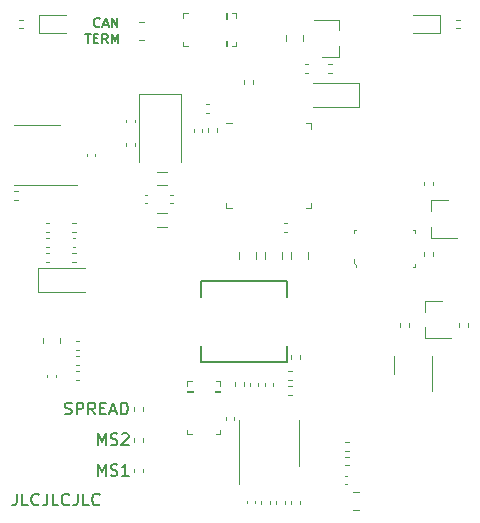
<source format=gbr>
%TF.GenerationSoftware,KiCad,Pcbnew,(5.1.10)-1*%
%TF.CreationDate,2021-07-08T13:05:20-05:00*%
%TF.ProjectId,turbocan,74757262-6f63-4616-9e2e-6b696361645f,rev?*%
%TF.SameCoordinates,Original*%
%TF.FileFunction,Legend,Top*%
%TF.FilePolarity,Positive*%
%FSLAX46Y46*%
G04 Gerber Fmt 4.6, Leading zero omitted, Abs format (unit mm)*
G04 Created by KiCad (PCBNEW (5.1.10)-1) date 2021-07-08 13:05:20*
%MOMM*%
%LPD*%
G01*
G04 APERTURE LIST*
%ADD10C,0.150000*%
%ADD11C,0.120000*%
%ADD12C,0.200000*%
%ADD13C,0.100000*%
G04 APERTURE END LIST*
D10*
X23514285Y-50652380D02*
X23514285Y-49652380D01*
X23847619Y-50366666D01*
X24180952Y-49652380D01*
X24180952Y-50652380D01*
X24609523Y-50604761D02*
X24752380Y-50652380D01*
X24990476Y-50652380D01*
X25085714Y-50604761D01*
X25133333Y-50557142D01*
X25180952Y-50461904D01*
X25180952Y-50366666D01*
X25133333Y-50271428D01*
X25085714Y-50223809D01*
X24990476Y-50176190D01*
X24800000Y-50128571D01*
X24704761Y-50080952D01*
X24657142Y-50033333D01*
X24609523Y-49938095D01*
X24609523Y-49842857D01*
X24657142Y-49747619D01*
X24704761Y-49700000D01*
X24800000Y-49652380D01*
X25038095Y-49652380D01*
X25180952Y-49700000D01*
X25561904Y-49747619D02*
X25609523Y-49700000D01*
X25704761Y-49652380D01*
X25942857Y-49652380D01*
X26038095Y-49700000D01*
X26085714Y-49747619D01*
X26133333Y-49842857D01*
X26133333Y-49938095D01*
X26085714Y-50080952D01*
X25514285Y-50652380D01*
X26133333Y-50652380D01*
X20733333Y-48004761D02*
X20876190Y-48052380D01*
X21114285Y-48052380D01*
X21209523Y-48004761D01*
X21257142Y-47957142D01*
X21304761Y-47861904D01*
X21304761Y-47766666D01*
X21257142Y-47671428D01*
X21209523Y-47623809D01*
X21114285Y-47576190D01*
X20923809Y-47528571D01*
X20828571Y-47480952D01*
X20780952Y-47433333D01*
X20733333Y-47338095D01*
X20733333Y-47242857D01*
X20780952Y-47147619D01*
X20828571Y-47100000D01*
X20923809Y-47052380D01*
X21161904Y-47052380D01*
X21304761Y-47100000D01*
X21733333Y-48052380D02*
X21733333Y-47052380D01*
X22114285Y-47052380D01*
X22209523Y-47100000D01*
X22257142Y-47147619D01*
X22304761Y-47242857D01*
X22304761Y-47385714D01*
X22257142Y-47480952D01*
X22209523Y-47528571D01*
X22114285Y-47576190D01*
X21733333Y-47576190D01*
X23304761Y-48052380D02*
X22971428Y-47576190D01*
X22733333Y-48052380D02*
X22733333Y-47052380D01*
X23114285Y-47052380D01*
X23209523Y-47100000D01*
X23257142Y-47147619D01*
X23304761Y-47242857D01*
X23304761Y-47385714D01*
X23257142Y-47480952D01*
X23209523Y-47528571D01*
X23114285Y-47576190D01*
X22733333Y-47576190D01*
X23733333Y-47528571D02*
X24066666Y-47528571D01*
X24209523Y-48052380D02*
X23733333Y-48052380D01*
X23733333Y-47052380D01*
X24209523Y-47052380D01*
X24590476Y-47766666D02*
X25066666Y-47766666D01*
X24495238Y-48052380D02*
X24828571Y-47052380D01*
X25161904Y-48052380D01*
X25495238Y-48052380D02*
X25495238Y-47052380D01*
X25733333Y-47052380D01*
X25876190Y-47100000D01*
X25971428Y-47195238D01*
X26019047Y-47290476D01*
X26066666Y-47480952D01*
X26066666Y-47623809D01*
X26019047Y-47814285D01*
X25971428Y-47909523D01*
X25876190Y-48004761D01*
X25733333Y-48052380D01*
X25495238Y-48052380D01*
X23514285Y-53252380D02*
X23514285Y-52252380D01*
X23847619Y-52966666D01*
X24180952Y-52252380D01*
X24180952Y-53252380D01*
X24609523Y-53204761D02*
X24752380Y-53252380D01*
X24990476Y-53252380D01*
X25085714Y-53204761D01*
X25133333Y-53157142D01*
X25180952Y-53061904D01*
X25180952Y-52966666D01*
X25133333Y-52871428D01*
X25085714Y-52823809D01*
X24990476Y-52776190D01*
X24800000Y-52728571D01*
X24704761Y-52680952D01*
X24657142Y-52633333D01*
X24609523Y-52538095D01*
X24609523Y-52442857D01*
X24657142Y-52347619D01*
X24704761Y-52300000D01*
X24800000Y-52252380D01*
X25038095Y-52252380D01*
X25180952Y-52300000D01*
X26133333Y-53252380D02*
X25561904Y-53252380D01*
X25847619Y-53252380D02*
X25847619Y-52252380D01*
X25752380Y-52395238D01*
X25657142Y-52490476D01*
X25561904Y-52538095D01*
X23690476Y-15210714D02*
X23652380Y-15248809D01*
X23538095Y-15286904D01*
X23461904Y-15286904D01*
X23347619Y-15248809D01*
X23271428Y-15172619D01*
X23233333Y-15096428D01*
X23195238Y-14944047D01*
X23195238Y-14829761D01*
X23233333Y-14677380D01*
X23271428Y-14601190D01*
X23347619Y-14525000D01*
X23461904Y-14486904D01*
X23538095Y-14486904D01*
X23652380Y-14525000D01*
X23690476Y-14563095D01*
X23995238Y-15058333D02*
X24376190Y-15058333D01*
X23919047Y-15286904D02*
X24185714Y-14486904D01*
X24452380Y-15286904D01*
X24719047Y-15286904D02*
X24719047Y-14486904D01*
X25176190Y-15286904D01*
X25176190Y-14486904D01*
X22452380Y-15836904D02*
X22909523Y-15836904D01*
X22680952Y-16636904D02*
X22680952Y-15836904D01*
X23176190Y-16217857D02*
X23442857Y-16217857D01*
X23557142Y-16636904D02*
X23176190Y-16636904D01*
X23176190Y-15836904D01*
X23557142Y-15836904D01*
X24357142Y-16636904D02*
X24090476Y-16255952D01*
X23900000Y-16636904D02*
X23900000Y-15836904D01*
X24204761Y-15836904D01*
X24280952Y-15875000D01*
X24319047Y-15913095D01*
X24357142Y-15989285D01*
X24357142Y-16103571D01*
X24319047Y-16179761D01*
X24280952Y-16217857D01*
X24204761Y-16255952D01*
X23900000Y-16255952D01*
X24700000Y-16636904D02*
X24700000Y-15836904D01*
X24966666Y-16408333D01*
X25233333Y-15836904D01*
X25233333Y-16636904D01*
X16666666Y-54752380D02*
X16666666Y-55466666D01*
X16619047Y-55609523D01*
X16523809Y-55704761D01*
X16380952Y-55752380D01*
X16285714Y-55752380D01*
X17619047Y-55752380D02*
X17142857Y-55752380D01*
X17142857Y-54752380D01*
X18523809Y-55657142D02*
X18476190Y-55704761D01*
X18333333Y-55752380D01*
X18238095Y-55752380D01*
X18095238Y-55704761D01*
X18000000Y-55609523D01*
X17952380Y-55514285D01*
X17904761Y-55323809D01*
X17904761Y-55180952D01*
X17952380Y-54990476D01*
X18000000Y-54895238D01*
X18095238Y-54800000D01*
X18238095Y-54752380D01*
X18333333Y-54752380D01*
X18476190Y-54800000D01*
X18523809Y-54847619D01*
X19238095Y-54752380D02*
X19238095Y-55466666D01*
X19190476Y-55609523D01*
X19095238Y-55704761D01*
X18952380Y-55752380D01*
X18857142Y-55752380D01*
X20190476Y-55752380D02*
X19714285Y-55752380D01*
X19714285Y-54752380D01*
X21095238Y-55657142D02*
X21047619Y-55704761D01*
X20904761Y-55752380D01*
X20809523Y-55752380D01*
X20666666Y-55704761D01*
X20571428Y-55609523D01*
X20523809Y-55514285D01*
X20476190Y-55323809D01*
X20476190Y-55180952D01*
X20523809Y-54990476D01*
X20571428Y-54895238D01*
X20666666Y-54800000D01*
X20809523Y-54752380D01*
X20904761Y-54752380D01*
X21047619Y-54800000D01*
X21095238Y-54847619D01*
X21809523Y-54752380D02*
X21809523Y-55466666D01*
X21761904Y-55609523D01*
X21666666Y-55704761D01*
X21523809Y-55752380D01*
X21428571Y-55752380D01*
X22761904Y-55752380D02*
X22285714Y-55752380D01*
X22285714Y-54752380D01*
X23666666Y-55657142D02*
X23619047Y-55704761D01*
X23476190Y-55752380D01*
X23380952Y-55752380D01*
X23238095Y-55704761D01*
X23142857Y-55609523D01*
X23095238Y-55514285D01*
X23047619Y-55323809D01*
X23047619Y-55180952D01*
X23095238Y-54990476D01*
X23142857Y-54895238D01*
X23238095Y-54800000D01*
X23380952Y-54752380D01*
X23476190Y-54752380D01*
X23619047Y-54800000D01*
X23666666Y-54847619D01*
D11*
%TO.C,U7*%
X51790000Y-46100000D02*
X51790000Y-43100000D01*
X48570000Y-44600000D02*
X48570000Y-43100000D01*
%TO.C,R31*%
X27380000Y-47446359D02*
X27380000Y-47753641D01*
X26620000Y-47446359D02*
X26620000Y-47753641D01*
%TO.C,R30*%
X27380000Y-50046359D02*
X27380000Y-50353641D01*
X26620000Y-50046359D02*
X26620000Y-50353641D01*
%TO.C,R29*%
X27380000Y-52646359D02*
X27380000Y-52953641D01*
X26620000Y-52646359D02*
X26620000Y-52953641D01*
D12*
%TO.C,L1*%
X32280500Y-38084500D02*
X32280500Y-36784500D01*
X32280500Y-36784500D02*
X39580500Y-36784500D01*
X39580500Y-36784500D02*
X39580500Y-38084500D01*
X32280500Y-43584500D02*
X32280500Y-42284500D01*
X39580500Y-42284500D02*
X39580500Y-43584500D01*
X39580500Y-43584500D02*
X32280500Y-43584500D01*
D11*
%TO.C,L3*%
X29349622Y-28660000D02*
X28550378Y-28660000D01*
X29349622Y-27540000D02*
X28550378Y-27540000D01*
%TO.C,L2*%
X29349622Y-32160000D02*
X28550378Y-32160000D01*
X29349622Y-31040000D02*
X28550378Y-31040000D01*
%TO.C,C23*%
X27707836Y-30160000D02*
X27492164Y-30160000D01*
X27707836Y-29440000D02*
X27492164Y-29440000D01*
%TO.C,C22*%
X32692164Y-21790000D02*
X32907836Y-21790000D01*
X32692164Y-22510000D02*
X32907836Y-22510000D01*
%TO.C,R28*%
X19403641Y-32630000D02*
X19096359Y-32630000D01*
X19403641Y-31870000D02*
X19096359Y-31870000D01*
%TO.C,R27*%
X19403641Y-35130000D02*
X19096359Y-35130000D01*
X19403641Y-34370000D02*
X19096359Y-34370000D01*
%TO.C,C20*%
X19142164Y-33140000D02*
X19357836Y-33140000D01*
X19142164Y-33860000D02*
X19357836Y-33860000D01*
%TO.C,R26*%
X26972936Y-14865000D02*
X27427064Y-14865000D01*
X26972936Y-16335000D02*
X27427064Y-16335000D01*
%TO.C,R9*%
X20335000Y-41572936D02*
X20335000Y-42027064D01*
X18865000Y-41572936D02*
X18865000Y-42027064D01*
%TO.C,C11*%
X21907836Y-43860000D02*
X21692164Y-43860000D01*
X21907836Y-43140000D02*
X21692164Y-43140000D01*
%TO.C,R13*%
X21646359Y-41870000D02*
X21953641Y-41870000D01*
X21646359Y-42630000D02*
X21953641Y-42630000D01*
%TO.C,R8*%
X21646359Y-44370000D02*
X21953641Y-44370000D01*
X21646359Y-45130000D02*
X21953641Y-45130000D01*
%TO.C,R15*%
X54120000Y-40653641D02*
X54120000Y-40346359D01*
X54880000Y-40653641D02*
X54880000Y-40346359D01*
%TO.C,R18*%
X49880000Y-40346359D02*
X49880000Y-40653641D01*
X49120000Y-40346359D02*
X49120000Y-40653641D01*
%TO.C,U6*%
X51240000Y-38420000D02*
X51240000Y-39350000D01*
X51240000Y-41580000D02*
X51240000Y-40650000D01*
X51240000Y-41580000D02*
X53400000Y-41580000D01*
X51240000Y-38420000D02*
X52700000Y-38420000D01*
%TO.C,R10*%
X39646359Y-45620000D02*
X39953641Y-45620000D01*
X39646359Y-46380000D02*
X39953641Y-46380000D01*
%TO.C,R25*%
X39920000Y-43353641D02*
X39920000Y-43046359D01*
X40680000Y-43353641D02*
X40680000Y-43046359D01*
%TO.C,R2*%
X43353641Y-19180000D02*
X43046359Y-19180000D01*
X43353641Y-18420000D02*
X43046359Y-18420000D01*
%TO.C,C1*%
X39465000Y-16461252D02*
X39465000Y-15938748D01*
X40935000Y-16461252D02*
X40935000Y-15938748D01*
%TO.C,U1*%
X43960000Y-17780000D02*
X43960000Y-16850000D01*
X43960000Y-14620000D02*
X43960000Y-15550000D01*
X43960000Y-14620000D02*
X41800000Y-14620000D01*
X43960000Y-17780000D02*
X42500000Y-17780000D01*
D13*
%TO.C,U9*%
X45200000Y-34900000D02*
X45200000Y-35200000D01*
X45200000Y-35200000D02*
X45400000Y-35400000D01*
X45400000Y-35400000D02*
X45400000Y-35600000D01*
X45200000Y-32400000D02*
X45400000Y-32400000D01*
X45200000Y-32400000D02*
X45200000Y-32700000D01*
X50400000Y-32400000D02*
X50200000Y-32400000D01*
X50400000Y-32400000D02*
X50400000Y-32700000D01*
X50400000Y-35600000D02*
X50400000Y-35300000D01*
X50400000Y-35600000D02*
X50200000Y-35600000D01*
D11*
%TO.C,R20*%
X33580000Y-23846359D02*
X33580000Y-24153641D01*
X32820000Y-23846359D02*
X32820000Y-24153641D01*
%TO.C,C17*%
X31640000Y-24107836D02*
X31640000Y-23892164D01*
X32360000Y-24107836D02*
X32360000Y-23892164D01*
%TO.C,D4*%
X18500000Y-35650000D02*
X18500000Y-37650000D01*
X18500000Y-37650000D02*
X22400000Y-37650000D01*
X18500000Y-35650000D02*
X22400000Y-35650000D01*
%TO.C,C5*%
X45138748Y-54665000D02*
X45661252Y-54665000D01*
X45138748Y-56135000D02*
X45661252Y-56135000D01*
%TO.C,C15*%
X39865000Y-34861252D02*
X39865000Y-34338748D01*
X41335000Y-34861252D02*
X41335000Y-34338748D01*
%TO.C,C14*%
X37665000Y-34861252D02*
X37665000Y-34338748D01*
X39135000Y-34861252D02*
X39135000Y-34338748D01*
%TO.C,C13*%
X35465000Y-34861252D02*
X35465000Y-34338748D01*
X36935000Y-34861252D02*
X36935000Y-34338748D01*
%TO.C,D6*%
X50200000Y-15735000D02*
X52485000Y-15735000D01*
X52485000Y-15735000D02*
X52485000Y-14265000D01*
X52485000Y-14265000D02*
X50200000Y-14265000D01*
%TO.C,D5*%
X20800000Y-14265000D02*
X18515000Y-14265000D01*
X18515000Y-14265000D02*
X18515000Y-15735000D01*
X18515000Y-15735000D02*
X20800000Y-15735000D01*
%TO.C,R24*%
X53846359Y-14620000D02*
X54153641Y-14620000D01*
X53846359Y-15380000D02*
X54153641Y-15380000D01*
%TO.C,R23*%
X17153641Y-15380000D02*
X16846359Y-15380000D01*
X17153641Y-14620000D02*
X16846359Y-14620000D01*
%TO.C,R22*%
X39246359Y-31820000D02*
X39553641Y-31820000D01*
X39246359Y-32580000D02*
X39553641Y-32580000D01*
%TO.C,R21*%
X35870000Y-20043641D02*
X35870000Y-19736359D01*
X36630000Y-20043641D02*
X36630000Y-19736359D01*
%TO.C,R19*%
X44446359Y-50420000D02*
X44753641Y-50420000D01*
X44446359Y-51180000D02*
X44753641Y-51180000D01*
%TO.C,R17*%
X51870000Y-28356359D02*
X51870000Y-28663641D01*
X51110000Y-28356359D02*
X51110000Y-28663641D01*
%TO.C,R16*%
X44753641Y-52380000D02*
X44446359Y-52380000D01*
X44753641Y-51620000D02*
X44446359Y-51620000D01*
%TO.C,R14*%
X51880000Y-34346359D02*
X51880000Y-34653641D01*
X51120000Y-34346359D02*
X51120000Y-34653641D01*
%TO.C,R12*%
X21653641Y-32630000D02*
X21346359Y-32630000D01*
X21653641Y-31870000D02*
X21346359Y-31870000D01*
%TO.C,R11*%
X39953641Y-45180000D02*
X39646359Y-45180000D01*
X39953641Y-44420000D02*
X39646359Y-44420000D01*
%TO.C,R7*%
X21346359Y-34370000D02*
X21653641Y-34370000D01*
X21346359Y-35130000D02*
X21653641Y-35130000D01*
%TO.C,R6*%
X35120000Y-45643641D02*
X35120000Y-45336359D01*
X35880000Y-45643641D02*
X35880000Y-45336359D01*
%TO.C,R5*%
X39380000Y-55346359D02*
X39380000Y-55653641D01*
X38620000Y-55346359D02*
X38620000Y-55653641D01*
%TO.C,R4*%
X37370000Y-55653641D02*
X37370000Y-55346359D01*
X38130000Y-55653641D02*
X38130000Y-55346359D01*
%TO.C,R3*%
X16446359Y-29170000D02*
X16753641Y-29170000D01*
X16446359Y-29930000D02*
X16753641Y-29930000D01*
%TO.C,R1*%
X41353641Y-19180000D02*
X41046359Y-19180000D01*
X41353641Y-18420000D02*
X41046359Y-18420000D01*
%TO.C,C19*%
X29857836Y-30160000D02*
X29642164Y-30160000D01*
X29857836Y-29440000D02*
X29642164Y-29440000D01*
%TO.C,C18*%
X25940000Y-25307836D02*
X25940000Y-25092164D01*
X26660000Y-25307836D02*
X26660000Y-25092164D01*
%TO.C,C16*%
X26660000Y-23092164D02*
X26660000Y-23307836D01*
X25940000Y-23092164D02*
X25940000Y-23307836D01*
%TO.C,C12*%
X19960000Y-44692164D02*
X19960000Y-44907836D01*
X19240000Y-44692164D02*
X19240000Y-44907836D01*
%TO.C,C10*%
X21607836Y-33860000D02*
X21392164Y-33860000D01*
X21607836Y-33140000D02*
X21392164Y-33140000D01*
%TO.C,C9*%
X35060000Y-48292164D02*
X35060000Y-48507836D01*
X34340000Y-48292164D02*
X34340000Y-48507836D01*
%TO.C,C8*%
X37110000Y-45392164D02*
X37110000Y-45607836D01*
X36390000Y-45392164D02*
X36390000Y-45607836D01*
%TO.C,C7*%
X38360000Y-45392164D02*
X38360000Y-45607836D01*
X37640000Y-45392164D02*
X37640000Y-45607836D01*
%TO.C,C6*%
X40610000Y-55392164D02*
X40610000Y-55607836D01*
X39890000Y-55392164D02*
X39890000Y-55607836D01*
%TO.C,C4*%
X36860000Y-55372164D02*
X36860000Y-55587836D01*
X36140000Y-55372164D02*
X36140000Y-55587836D01*
%TO.C,C3*%
X23310000Y-25992164D02*
X23310000Y-26207836D01*
X22590000Y-25992164D02*
X22590000Y-26207836D01*
%TO.C,C2*%
X44627836Y-53960000D02*
X44412164Y-53960000D01*
X44627836Y-53240000D02*
X44412164Y-53240000D01*
%TO.C,Y1*%
X30600000Y-26650000D02*
X30600000Y-20900000D01*
X30600000Y-20900000D02*
X27000000Y-20900000D01*
X27000000Y-20900000D02*
X27000000Y-26650000D01*
%TO.C,U8*%
X41135000Y-23390000D02*
X41610000Y-23390000D01*
X41610000Y-23390000D02*
X41610000Y-23865000D01*
X34865000Y-30610000D02*
X34390000Y-30610000D01*
X34390000Y-30610000D02*
X34390000Y-30135000D01*
X41135000Y-30610000D02*
X41610000Y-30610000D01*
X41610000Y-30610000D02*
X41610000Y-30135000D01*
X34865000Y-23390000D02*
X34390000Y-23390000D01*
%TO.C,U5*%
X51740000Y-29920000D02*
X51740000Y-30850000D01*
X51740000Y-33080000D02*
X51740000Y-32150000D01*
X51740000Y-33080000D02*
X53900000Y-33080000D01*
X51740000Y-29920000D02*
X53200000Y-29920000D01*
%TO.C,U4*%
X40560000Y-50500000D02*
X40560000Y-48550000D01*
X40560000Y-50500000D02*
X40560000Y-52450000D01*
X35440000Y-50500000D02*
X35440000Y-48550000D01*
X35440000Y-50500000D02*
X35440000Y-53950000D01*
%TO.C,U3*%
X18350000Y-23540000D02*
X16400000Y-23540000D01*
X18350000Y-23540000D02*
X20300000Y-23540000D01*
X18350000Y-28660000D02*
X16400000Y-28660000D01*
X18350000Y-28660000D02*
X21800000Y-28660000D01*
D13*
%TO.C,D3*%
X31097920Y-46059820D02*
X31557660Y-46059820D01*
X31557660Y-46059820D02*
X31557660Y-46136020D01*
X31557660Y-46136020D02*
X31097920Y-46136020D01*
X31097920Y-46136020D02*
X31097920Y-46059820D01*
X33899540Y-46059820D02*
X33434720Y-46059820D01*
X33434720Y-46059820D02*
X33434720Y-46136020D01*
X33434720Y-46136020D02*
X33899540Y-46136020D01*
X33899540Y-46136020D02*
X33899540Y-46059820D01*
X31100000Y-49750000D02*
X31100000Y-49350000D01*
X31100000Y-49750000D02*
X31500000Y-49750000D01*
X31100000Y-45250000D02*
X31100000Y-45650000D01*
X31100000Y-45250000D02*
X31500000Y-45250000D01*
X33900000Y-45250000D02*
X33500000Y-45250000D01*
X33900000Y-45250000D02*
X33900000Y-45650000D01*
X33900000Y-49750000D02*
X33900000Y-49350000D01*
X33900000Y-49750000D02*
X33500000Y-49750000D01*
%TO.C,D2*%
X34440180Y-14097920D02*
X34440180Y-14557660D01*
X34440180Y-14557660D02*
X34363980Y-14557660D01*
X34363980Y-14557660D02*
X34363980Y-14097920D01*
X34363980Y-14097920D02*
X34440180Y-14097920D01*
X34440180Y-16899540D02*
X34440180Y-16434720D01*
X34440180Y-16434720D02*
X34363980Y-16434720D01*
X34363980Y-16434720D02*
X34363980Y-16899540D01*
X34363980Y-16899540D02*
X34440180Y-16899540D01*
X30750000Y-14100000D02*
X31150000Y-14100000D01*
X30750000Y-14100000D02*
X30750000Y-14500000D01*
X35250000Y-14100000D02*
X34850000Y-14100000D01*
X35250000Y-14100000D02*
X35250000Y-14500000D01*
X35250000Y-16900000D02*
X35250000Y-16500000D01*
X35250000Y-16900000D02*
X34850000Y-16900000D01*
X30750000Y-16900000D02*
X31150000Y-16900000D01*
X30750000Y-16900000D02*
X30750000Y-16500000D01*
D11*
%TO.C,D1*%
X45650000Y-22000000D02*
X45650000Y-20000000D01*
X45650000Y-20000000D02*
X41750000Y-20000000D01*
X45650000Y-22000000D02*
X41750000Y-22000000D01*
%TD*%
M02*

</source>
